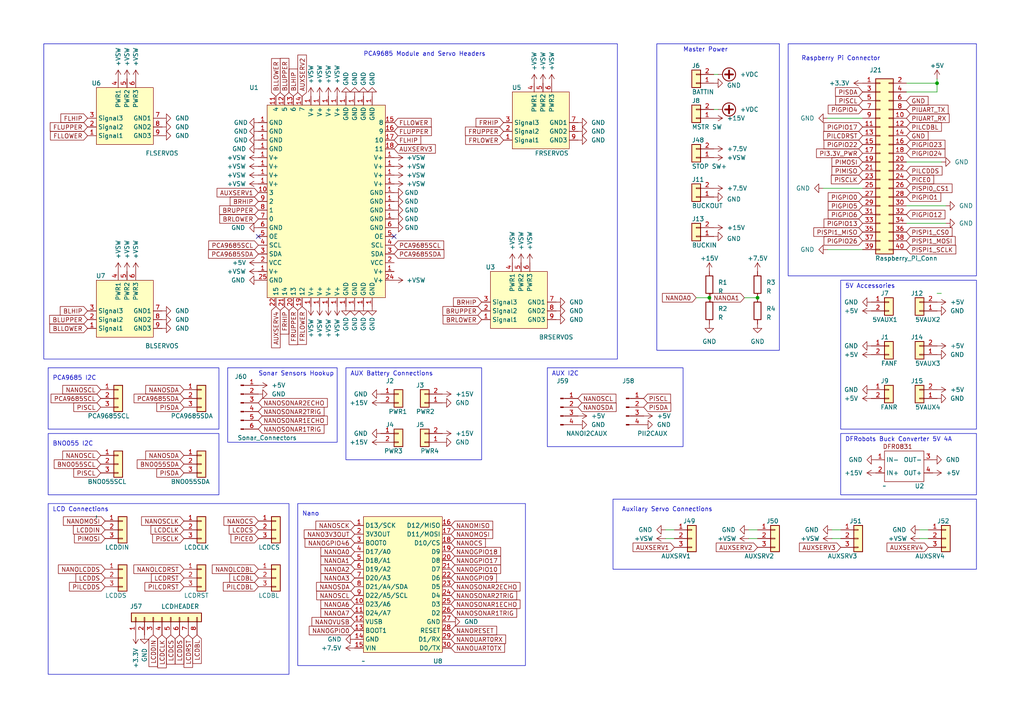
<source format=kicad_sch>
(kicad_sch (version 20230121) (generator eeschema)
  (paper "A4")
  (junction (at 205.74 86.36))
  (junction (at 271.78 24.13))
  (junction (at 219.71 86.36))
  (no_connect (at 114.3 68.58))
  (no_connect (at 74.93 68.58))
  (wire (pts (xy 193.04 153.67) (xy 195.58 153.67)))
  (wire (pts (xy 208.28 31.75) (xy 207.01 31.75)))
  (wire (pts (xy 240.03 72.39) (xy 250.19 72.39)))
  (wire (pts (xy 266.7 156.21) (xy 269.24 156.21)))
  (wire (pts (xy 240.03 34.29) (xy 250.19 34.29)))
  (wire (pts (xy 193.04 156.21) (xy 195.58 156.21)))
  (wire (pts (xy 266.7 153.67) (xy 269.24 153.67)))
  (wire (pts (xy 201.93 86.36) (xy 205.74 86.36)))
  (wire (pts (xy 208.28 21.59) (xy 207.01 21.59)))
  (wire (pts (xy 241.3 156.21) (xy 243.84 156.21)))
  (wire (pts (xy 238.76 54.61) (xy 250.19 54.61)))
  (wire (pts (xy 217.17 156.21) (xy 219.71 156.21)))
  (wire (pts (xy 262.89 24.13) (xy 271.78 24.13)))
  (wire (pts (xy 262.89 64.77) (xy 274.32 64.77)))
  (wire (pts (xy 273.05 46.99) (xy 262.89 46.99)))
  (wire (pts (xy 215.9 86.36) (xy 219.71 86.36)))
  (wire (pts (xy 217.17 153.67) (xy 219.71 153.67)))
  (wire (pts (xy 273.05 85.09) (xy 271.78 85.09)))
  (wire (pts (xy 262.89 26.67) (xy 271.78 26.67)))
  (wire (pts (xy 241.3 153.67) (xy 243.84 153.67)))
  (wire (pts (xy 271.78 24.13) (xy 271.78 26.67)))
  (wire (pts (xy 271.78 22.86) (xy 271.78 24.13)))
  (wire (pts (xy 262.89 59.69) (xy 274.32 59.69)))
  (rectangle (start 86.36 146.05) (end 152.4 193.04))
  (rectangle (start 13.97 125.73) (end 63.5 143.51))
  (rectangle (start 243.84 81.28) (end 283.21 124.46))
  (rectangle (start 158.75 106.68) (end 198.12 129.54))
  (rectangle (start 66.04 106.68) (end 97.79 128.27))
  (rectangle (start 13.97 146.05) (end 83.82 195.58))
  (rectangle (start 177.8 144.78) (end 283.21 165.1))
  (rectangle (start 12.7 12.7) (end 179.07 104.14))
  (rectangle (start 228.6 12.7) (end 283.21 80.01))
  (rectangle (start 13.97 106.68) (end 63.5 124.46))
  (rectangle (start 243.84 125.73) (end 283.21 143.51))
  (rectangle (start 190.5 12.7) (end 226.06 101.6))
  (rectangle (start 100.33 106.68) (end 139.7 133.35))
  (text "Nano" (at 87.63 149.86 0) (effects (font (size 1.27 1.27)) (justify left bottom)))
  (text "PCA9685 I2C" (at 15.24 110.49 0) (effects (font (size 1.27 1.27)) (justify left bottom)))
  (text "5V Accessories" (at 245.11 83.82 0) (effects (font (size 1.27 1.27)) (justify left bottom)))
  (text "LCD Connections" (at 15.24 148.59 0) (effects (font (size 1.27 1.27)) (justify left bottom)))
  (text "AUX Battery Connections" (at 101.6 109.22 0) (effects (font (size 1.27 1.27)) (justify left bottom)))
  (text "PCA9685 Module and Servo Headers" (at 105.41 16.51 0) (effects (font (size 1.27 1.27)) (justify left bottom)))
  (text "AUX I2C" (at 160.02 109.22 0) (effects (font (size 1.27 1.27)) (justify left bottom)))
  (text "Sonar Sensors Hookup" (at 74.93 109.22 0) (effects (font (size 1.27 1.27)) (justify left bottom)))
  (text "Auxilary Servo Connections" (at 180.34 148.59 0) (effects (font (size 1.27 1.27)) (justify left bottom)))
  (text "Master Power" (at 198.12 15.24 0) (effects (font (size 1.27 1.27)) (justify left bottom)))
  (text "BNO055 I2C" (at 15.24 129.54 0) (effects (font (size 1.27 1.27)) (justify left bottom)))
  (text "DFRobots Buck Converter 5V 4A" (at 245.11 128.27 0) (effects (font (size 1.27 1.27)) (justify left bottom)))
  (text "Raspberry Pi Connector" (at 232.41 17.78 0) (effects (font (size 1.27 1.27)) (justify left bottom)))
  (global_label "NANOA7" (shape input) (at 102.87 177.8 180) (property "Intersheetrefs" "${INTERSHEET_REFS}" (effects hide)))
  (global_label "PILCDDS" (shape input) (at 30.48 170.18 180) (property "Intersheetrefs" "${INTERSHEET_REFS}" (effects hide)))
  (global_label "PIMOSI" (shape input) (at 30.48 156.21 180) (property "Intersheetrefs" "${INTERSHEET_REFS}" (effects hide)))
  (global_label "AUXSERV3" (shape input) (at 114.3 43.18 0) (property "Intersheetrefs" "${INTERSHEET_REFS}" (effects hide)))
  (global_label "FRLOWER" (shape input) (at 146.05 40.64 180) (property "Intersheetrefs" "${INTERSHEET_REFS}" (effects hide)))
  (global_label "NANOSDA" (shape input) (at 102.87 170.18 180) (property "Intersheetrefs" "${INTERSHEET_REFS}" (effects hide)))
  (global_label "BNO055SCL" (shape input) (at 29.21 134.62 180) (property "Intersheetrefs" "${INTERSHEET_REFS}" (effects hide)))
  (global_label "NANOSCL" (shape input) (at 102.87 172.72 180) (property "Intersheetrefs" "${INTERSHEET_REFS}" (effects hide)))
  (global_label "LCDBL" (shape input) (at 74.93 167.64 180) (property "Intersheetrefs" "${INTERSHEET_REFS}" (effects hide)))
  (global_label "PILCDBL" (shape input) (at 74.93 170.18 180) (property "Intersheetrefs" "${INTERSHEET_REFS}" (effects hide)))
  (global_label "NANOUART0TX" (shape input) (at 130.81 187.96 0) (property "Intersheetrefs" "${INTERSHEET_REFS}" (effects hide)))
  (global_label "PILCDBL" (shape input) (at 262.89 36.83 0) (property "Intersheetrefs" "${INTERSHEET_REFS}" (effects hide)))
  (global_label "NANOCS" (shape input) (at 74.93 151.13 180) (property "Intersheetrefs" "${INTERSHEET_REFS}" (effects hide)))
  (global_label "BLHIP" (shape input) (at 25.4 90.17 180) (property "Intersheetrefs" "${INTERSHEET_REFS}" (effects hide)))
  (global_label "AUXSERV1" (shape input) (at 195.58 158.75 180) (property "Intersheetrefs" "${INTERSHEET_REFS}" (effects hide)))
  (global_label "PISCLK" (shape input) (at 250.19 52.07 180) (property "Intersheetrefs" "${INTERSHEET_REFS}" (effects hide)))
  (global_label "NANOA0" (shape input) (at 102.87 160.02 180) (property "Intersheetrefs" "${INTERSHEET_REFS}" (effects hide)))
  (global_label "LCDCS" (shape input) (at 74.93 153.67 180) (property "Intersheetrefs" "${INTERSHEET_REFS}" (effects hide)))
  (global_label "PIMISO" (shape input) (at 250.19 49.53 180) (property "Intersheetrefs" "${INTERSHEET_REFS}" (effects hide)))
  (global_label "AUXSERV4" (shape input) (at 269.24 158.75 180) (property "Intersheetrefs" "${INTERSHEET_REFS}" (effects hide)))
  (global_label "FLLOWER" (shape input) (at 25.4 39.37 180) (property "Intersheetrefs" "${INTERSHEET_REFS}" (effects hide)))
  (global_label "PISCLK" (shape input) (at 53.34 156.21 180) (property "Intersheetrefs" "${INTERSHEET_REFS}" (effects hide)))
  (global_label "PIGPIO5" (shape input) (at 250.19 59.69 180) (property "Intersheetrefs" "${INTERSHEET_REFS}" (effects hide)))
  (global_label "BRUPPER" (shape input) (at 74.93 60.96 180) (property "Intersheetrefs" "${INTERSHEET_REFS}" (effects hide)))
  (global_label "PISDA" (shape input) (at 186.69 118.11 0) (property "Intersheetrefs" "${INTERSHEET_REFS}" (effects hide)))
  (global_label "FRHIP" (shape input) (at 146.05 35.56 180) (property "Intersheetrefs" "${INTERSHEET_REFS}" (effects hide)))
  (global_label "AUXSERV4" (shape input) (at 80.01 88.9 270) (property "Intersheetrefs" "${INTERSHEET_REFS}" (effects hide)))
  (global_label "PIGPIO17" (shape input) (at 250.19 36.83 180) (property "Intersheetrefs" "${INTERSHEET_REFS}" (effects hide)))
  (global_label "NANORESET" (shape input) (at 130.81 182.88 0) (property "Intersheetrefs" "${INTERSHEET_REFS}" (effects hide)))
  (global_label "NANOSONAR2ECHO" (shape input) (at 130.81 170.18 0) (property "Intersheetrefs" "${INTERSHEET_REFS}" (effects hide)))
  (global_label "LCDDIN" (shape input) (at 30.48 153.67 180) (property "Intersheetrefs" "${INTERSHEET_REFS}" (effects hide)))
  (global_label "PISCL" (shape input) (at 186.69 115.57 0) (property "Intersheetrefs" "${INTERSHEET_REFS}" (effects hide)))
  (global_label "PIUART_RX" (shape input) (at 262.89 34.29 0) (property "Intersheetrefs" "${INTERSHEET_REFS}" (effects hide)))
  (global_label "NANOMOSI" (shape input) (at 130.81 154.94 0) (property "Intersheetrefs" "${INTERSHEET_REFS}" (effects hide)))
  (global_label "NANOGPIO0" (shape input) (at 102.87 182.88 180) (property "Intersheetrefs" "${INTERSHEET_REFS}" (effects hide)))
  (global_label "FLHIP" (shape input) (at 114.3 40.64 0) (property "Intersheetrefs" "${INTERSHEET_REFS}" (effects hide)))
  (global_label "LCDCS" (shape input) (at 49.53 184.15 270) (property "Intersheetrefs" "${INTERSHEET_REFS}" (effects hide)))
  (global_label "NANOSONAR2ECHO" (shape input) (at 74.93 116.84 0) (property "Intersheetrefs" "${INTERSHEET_REFS}" (effects hide)))
  (global_label "NANOGPIO46" (shape input) (at 102.87 157.48 180) (property "Intersheetrefs" "${INTERSHEET_REFS}" (effects hide)))
  (global_label "FLLOWER" (shape input) (at 114.3 35.56 0) (property "Intersheetrefs" "${INTERSHEET_REFS}" (effects hide)))
  (global_label "NANOVUSB" (shape input) (at 102.87 180.34 180) (property "Intersheetrefs" "${INTERSHEET_REFS}" (effects hide)))
  (global_label "NANOSCL" (shape input) (at 167.64 115.57 0) (property "Intersheetrefs" "${INTERSHEET_REFS}" (effects hide)))
  (global_label "PISPI1_CS0" (shape input) (at 262.89 67.31 0) (property "Intersheetrefs" "${INTERSHEET_REFS}" (effects hide)))
  (global_label "PI3.3V_PWR" (shape input) (at 250.19 44.45 180) (property "Intersheetrefs" "${INTERSHEET_REFS}" (effects hide)))
  (global_label "BNO055SDA" (shape input) (at 53.34 134.62 180) (property "Intersheetrefs" "${INTERSHEET_REFS}" (effects hide)))
  (global_label "PIGPIO26" (shape input) (at 250.19 69.85 180) (property "Intersheetrefs" "${INTERSHEET_REFS}" (effects hide)))
  (global_label "NANOLCDBL" (shape input) (at 74.93 165.1 180) (property "Intersheetrefs" "${INTERSHEET_REFS}" (effects hide)))
  (global_label "NANOUART0RX" (shape input) (at 130.81 185.42 0) (property "Intersheetrefs" "${INTERSHEET_REFS}" (effects hide)))
  (global_label "PCA9685SDA" (shape input) (at 114.3 73.66 0) (property "Intersheetrefs" "${INTERSHEET_REFS}" (effects hide)))
  (global_label "AUXSERV2" (shape input) (at 87.63 27.94 90) (property "Intersheetrefs" "${INTERSHEET_REFS}" (effects hide)))
  (global_label "NANOMOSI" (shape input) (at 30.48 151.13 180) (property "Intersheetrefs" "${INTERSHEET_REFS}" (effects hide)))
  (global_label "PILCDDS" (shape input) (at 262.89 49.53 0) (property "Intersheetrefs" "${INTERSHEET_REFS}" (effects hide)))
  (global_label "LCDDS" (shape input) (at 30.48 167.64 180) (property "Intersheetrefs" "${INTERSHEET_REFS}" (effects hide)))
  (global_label "PISDA" (shape input) (at 250.19 26.67 180) (property "Intersheetrefs" "${INTERSHEET_REFS}" (effects hide)))
  (global_label "BLLOWER" (shape input) (at 25.4 95.25 180) (property "Intersheetrefs" "${INTERSHEET_REFS}" (effects hide)))
  (global_label "PIGPIO24" (shape input) (at 262.89 44.45 0) (property "Intersheetrefs" "${INTERSHEET_REFS}" (effects hide)))
  (global_label "NANOSDA" (shape input) (at 53.34 132.08 180) (property "Intersheetrefs" "${INTERSHEET_REFS}" (effects hide)))
  (global_label "PICE0" (shape input) (at 262.89 52.07 0) (property "Intersheetrefs" "${INTERSHEET_REFS}" (effects hide)))
  (global_label "AUXSERV1" (shape input) (at 74.93 55.88 180) (property "Intersheetrefs" "${INTERSHEET_REFS}" (effects hide)))
  (global_label "NANO3V3OUT" (shape input) (at 102.87 154.94 180) (property "Intersheetrefs" "${INTERSHEET_REFS}" (effects hide)))
  (global_label "BLHIP" (shape input) (at 85.09 27.94 90) (property "Intersheetrefs" "${INTERSHEET_REFS}" (effects hide)))
  (global_label "AUXSERV3" (shape input) (at 243.84 158.75 180) (property "Intersheetrefs" "${INTERSHEET_REFS}" (effects hide)))
  (global_label "FLHIP" (shape input) (at 25.4 34.29 180) (property "Intersheetrefs" "${INTERSHEET_REFS}" (effects hide)))
  (global_label "PIGPIO0" (shape input) (at 250.19 57.15 180) (property "Intersheetrefs" "${INTERSHEET_REFS}" (effects hide)))
  (global_label "LCDDS" (shape input) (at 52.07 184.15 270) (property "Intersheetrefs" "${INTERSHEET_REFS}" (effects hide)))
  (global_label "BRLOWER" (shape input) (at 74.93 63.5 180) (property "Intersheetrefs" "${INTERSHEET_REFS}" (effects hide)))
  (global_label "NANOSONAR1ECHO" (shape input) (at 74.93 121.92 0) (property "Intersheetrefs" "${INTERSHEET_REFS}" (effects hide)))
  (global_label "PISCL" (shape input) (at 250.19 29.21 180) (property "Intersheetrefs" "${INTERSHEET_REFS}" (effects hide)))
  (global_label "NANOSONAR2TRIG" (shape input) (at 74.93 119.38 0) (property "Intersheetrefs" "${INTERSHEET_REFS}" (effects hide)))
  (global_label "PIGPIO12" (shape input) (at 262.89 62.23 0) (property "Intersheetrefs" "${INTERSHEET_REFS}" (effects hide)))
  (global_label "NANOLCDRST" (shape input) (at 53.34 165.1 180) (property "Intersheetrefs" "${INTERSHEET_REFS}" (effects hide)))
  (global_label "GND" (shape input) (at 262.89 39.37 0) (property "Intersheetrefs" "${INTERSHEET_REFS}" (effects hide)))
  (global_label "BLUPPER" (shape input) (at 25.4 92.71 180) (property "Intersheetrefs" "${INTERSHEET_REFS}" (effects hide)))
  (global_label "PCA9685SCL" (shape input) (at 29.21 115.57 180) (property "Intersheetrefs" "${INTERSHEET_REFS}" (effects hide)))
  (global_label "BRHIP" (shape input) (at 139.7 87.63 180) (property "Intersheetrefs" "${INTERSHEET_REFS}" (effects hide)))
  (global_label "PISDA" (shape input) (at 53.34 137.16 180) (property "Intersheetrefs" "${INTERSHEET_REFS}" (effects hide)))
  (global_label "BLUPPER" (shape input) (at 82.55 27.94 90) (property "Intersheetrefs" "${INTERSHEET_REFS}" (effects hide)))
  (global_label "NANOSDA" (shape input) (at 53.34 113.03 180) (property "Intersheetrefs" "${INTERSHEET_REFS}" (effects hide)))
  (global_label "LCDRST" (shape input) (at 53.34 167.64 180) (property "Intersheetrefs" "${INTERSHEET_REFS}" (effects hide)))
  (global_label "NANOSCL" (shape input) (at 29.21 113.03 180) (property "Intersheetrefs" "${INTERSHEET_REFS}" (effects hide)))
  (global_label "PIGPIO23" (shape input) (at 262.89 41.91 0) (property "Intersheetrefs" "${INTERSHEET_REFS}" (effects hide)))
  (global_label "NANOGPIO10" (shape input) (at 130.81 165.1 0) (property "Intersheetrefs" "${INTERSHEET_REFS}" (effects hide)))
  (global_label "NANOA1" (shape input) (at 102.87 162.56 180) (property "Intersheetrefs" "${INTERSHEET_REFS}" (effects hide)))
  (global_label "PCA9685SCL" (shape input) (at 74.93 71.12 180) (property "Intersheetrefs" "${INTERSHEET_REFS}" (effects hide)))
  (global_label "BLLOWER" (shape input) (at 80.01 27.94 90) (property "Intersheetrefs" "${INTERSHEET_REFS}" (effects hide)))
  (global_label "NANOA2" (shape input) (at 102.87 165.1 180) (property "Intersheetrefs" "${INTERSHEET_REFS}" (effects hide)))
  (global_label "PISPI1_MOSI" (shape input) (at 262.89 69.85 0) (property "Intersheetrefs" "${INTERSHEET_REFS}" (effects hide)))
  (global_label "NANOSCLK" (shape input) (at 53.34 151.13 180) (property "Intersheetrefs" "${INTERSHEET_REFS}" (effects hide)))
  (global_label "PISPI1_MISO" (shape input) (at 250.19 67.31 180) (property "Intersheetrefs" "${INTERSHEET_REFS}" (effects hide)))
  (global_label "LCDRST" (shape input) (at 54.61 184.15 270) (property "Intersheetrefs" "${INTERSHEET_REFS}" (effects hide)))
  (global_label "NANOA3" (shape input) (at 102.87 167.64 180) (property "Intersheetrefs" "${INTERSHEET_REFS}" (effects hide)))
  (global_label "PCA9685SCL" (shape input) (at 114.3 71.12 0) (property "Intersheetrefs" "${INTERSHEET_REFS}" (effects hide)))
  (global_label "PISPI1_SCLK" (shape input) (at 262.89 72.39 0) (property "Intersheetrefs" "${INTERSHEET_REFS}" (effects hide)))
  (global_label "NANOMISO" (shape input) (at 130.81 152.4 0) (property "Intersheetrefs" "${INTERSHEET_REFS}" (effects hide)))
  (global_label "NANOGPIO18" (shape input) (at 130.81 160.02 0) (property "Intersheetrefs" "${INTERSHEET_REFS}" (effects hide)))
  (global_label "LCDCLK" (shape input) (at 53.34 153.67 180) (property "Intersheetrefs" "${INTERSHEET_REFS}" (effects hide)))
  (global_label "BRHIP" (shape input) (at 74.93 58.42 180) (property "Intersheetrefs" "${INTERSHEET_REFS}" (effects hide)))
  (global_label "PISCL" (shape input) (at 29.21 137.16 180) (property "Intersheetrefs" "${INTERSHEET_REFS}" (effects hide)))
  (global_label "FRUPPER" (shape input) (at 85.09 88.9 270) (property "Intersheetrefs" "${INTERSHEET_REFS}" (effects hide)))
  (global_label "FLUPPER" (shape input) (at 114.3 38.1 0) (property "Intersheetrefs" "${INTERSHEET_REFS}" (effects hide)))
  (global_label "NANOSDA" (shape input) (at 167.64 118.11 0) (property "Intersheetrefs" "${INTERSHEET_REFS}" (effects hide)))
  (global_label "LCDDIN" (shape input) (at 44.45 184.15 270) (property "Intersheetrefs" "${INTERSHEET_REFS}" (effects hide)))
  (global_label "AUXSERV2" (shape input) (at 219.71 158.75 180) (property "Intersheetrefs" "${INTERSHEET_REFS}" (effects hide)))
  (global_label "NANOGPIO9" (shape input) (at 130.81 167.64 0) (property "Intersheetrefs" "${INTERSHEET_REFS}" (effects hide)))
  (global_label "FRUPPER" (shape input) (at 146.05 38.1 180) (property "Intersheetrefs" "${INTERSHEET_REFS}" (effects hide)))
  (global_label "PCA9685SDA" (shape input) (at 74.93 73.66 180) (property "Intersheetrefs" "${INTERSHEET_REFS}" (effects hide)))
  (global_label "PICE0" (shape input) (at 74.93 156.21 180) (property "Intersheetrefs" "${INTERSHEET_REFS}" (effects hide)))
  (global_label "NANOSONAR1TRIG" (shape input) (at 74.93 124.46 0) (property "Intersheetrefs" "${INTERSHEET_REFS}" (effects hide)))
  (global_label "PCA9685SDA" (shape input) (at 53.34 115.57 180) (property "Intersheetrefs" "${INTERSHEET_REFS}" (effects hide)))
  (global_label "NANOCS" (shape input) (at 130.81 157.48 0) (property "Intersheetrefs" "${INTERSHEET_REFS}" (effects hide)))
  (global_label "PIUART_TX" (shape input) (at 262.89 31.75 0) (property "Intersheetrefs" "${INTERSHEET_REFS}" (effects hide)))
  (global_label "PISCL" (shape input) (at 29.21 118.11 180) (property "Intersheetrefs" "${INTERSHEET_REFS}" (effects hide)))
  (global_label "PIGPIO13" (shape input) (at 250.19 64.77 180) (property "Intersheetrefs" "${INTERSHEET_REFS}" (effects hide)))
  (global_label "FRLOWER" (shape input) (at 87.63 88.9 270) (property "Intersheetrefs" "${INTERSHEET_REFS}" (effects hide)))
  (global_label "LCDCLK" (shape input) (at 46.99 184.15 270) (property "Intersheetrefs" "${INTERSHEET_REFS}" (effects hide)))
  (global_label "BRLOWER" (shape input) (at 139.7 92.71 180) (property "Intersheetrefs" "${INTERSHEET_REFS}" (effects hide)))
  (global_label "NANOLCDDS" (shape input) (at 30.48 165.1 180) (property "Intersheetrefs" "${INTERSHEET_REFS}" (effects hide)))
  (global_label "NANOA6" (shape input) (at 102.87 175.26 180) (property "Intersheetrefs" "${INTERSHEET_REFS}" (effects hide)))
  (global_label "FLUPPER" (shape input) (at 25.4 36.83 180) (property "Intersheetrefs" "${INTERSHEET_REFS}" (effects hide)))
  (global_label "PIMOSI" (shape input) (at 250.19 46.99 180) (property "Intersheetrefs" "${INTERSHEET_REFS}" (effects hide)))
  (global_label "NANOA1" (shape input) (at 215.9 86.36 180) (property "Intersheetrefs" "${INTERSHEET_REFS}" (effects hide)))
  (global_label "NANOSONAR1ECHO" (shape input) (at 130.81 175.26 0) (property "Intersheetrefs" "${INTERSHEET_REFS}" (effects hide)))
  (global_label "PIGPIO4" (shape input) (at 250.19 31.75 180) (property "Intersheetrefs" "${INTERSHEET_REFS}" (effects hide)))
  (global_label "PILCDRST" (shape input) (at 53.34 170.18 180) (property "Intersheetrefs" "${INTERSHEET_REFS}" (effects hide)))
  (global_label "NANOSONAR2TRIG" (shape input) (at 130.81 172.72 0) (property "Intersheetrefs" "${INTERSHEET_REFS}" (effects hide)))
  (global_label "NANOSONAR1TRIG" (shape input) (at 130.81 177.8 0) (property "Intersheetrefs" "${INTERSHEET_REFS}" (effects hide)))
  (global_label "PISPI0_CS1" (shape input) (at 262.89 54.61 0) (property "Intersheetrefs" "${INTERSHEET_REFS}" (effects hide)))
  (global_label "BRUPPER" (shape input) (at 139.7 90.17 180) (property "Intersheetrefs" "${INTERSHEET_REFS}" (effects hide)))
  (global_label "PILCDRST" (shape input) (at 250.19 39.37 180) (property "Intersheetrefs" "${INTERSHEET_REFS}" (effects hide)))
  (global_label "NANOSCK" (shape input) (at 102.87 152.4 180) (property "Intersheetrefs" "${INTERSHEET_REFS}" (effects hide)))
  (global_label "NANOSCL" (shape input) (at 29.21 132.08 180) (property "Intersheetrefs" "${INTERSHEET_REFS}" (effects hide)))
  (global_label "FRHIP" (shape input) (at 82.55 88.9 270) (property "Intersheetrefs" "${INTERSHEET_REFS}" (effects hide)))
  (global_label "LCDBL" (shape input) (at 57.15 184.15 270) (property "Intersheetrefs" "${INTERSHEET_REFS}" (effects hide)))
  (global_label "PISDA" (shape input) (at 53.34 118.11 180) (property "Intersheetrefs" "${INTERSHEET_REFS}" (effects hide)))
  (global_label "PIGPIO22" (shape input) (at 250.19 41.91 180) (property "Intersheetrefs" "${INTERSHEET_REFS}" (effects hide)))
  (global_label "NANOGPIO17" (shape input) (at 130.81 162.56 0) (property "Intersheetrefs" "${INTERSHEET_REFS}" (effects hide)))
  (global_label "GND" (shape input) (at 262.89 29.21 0) (property "Intersheetrefs" "${INTERSHEET_REFS}" (effects hide)))
  (global_label "PIGPIO1" (shape input) (at 262.89 57.15 0) (property "Intersheetrefs" "${INTERSHEET_REFS}" (effects hide)))
  (global_label "PIGPIO6" (shape input) (at 250.19 62.23 180) (property "Intersheetrefs" "${INTERSHEET_REFS}" (effects hide)))
  (global_label "NANOA0" (shape input) (at 201.93 86.36 180) (property "Intersheetrefs" "${INTERSHEET_REFS}" (effects hide)))
  (symbol (lib_id "Connector:Conn_01x04_Pin") (at 162.56 118.11 0) (unit 1)
    (property "Reference" "J59" (at 163.195 110.49 0))
    (property "Value" "NANOI2CAUX" (at 170.18 125.73 0))
    (property "Footprint" "Connector_JST:JST_EH_B4B-EH-A_1x04_P2.50mm_Vertical" (effects hide))
  )
  (symbol (lib_id "power:GND") (at 46.99 92.71 90) (unit 1)
    (property "Reference" "#PWR0110" (effects hide))
    (property "Value" "GND" (at 50.8 92.71 90) (effects (justify right)))
  )
  (symbol (lib_id "power:+VSW") (at 217.17 156.21 90) (unit 1)
    (property "Reference" "#PWR068" (effects hide))
    (property "Value" "+VSW" (at 210.82 156.21 90))
  )
  (symbol (lib_id "power:+15V") (at 128.27 125.73 270) (unit 1)
    (property "Reference" "#PWR020" (effects hide))
    (property "Value" "+15V" (at 132.08 125.73 90) (effects (justify left)))
  )
  (symbol (lib_id "power:GND") (at 193.04 153.67 270) (unit 1)
    (property "Reference" "#PWR070" (effects hide))
    (property "Value" "GND" (at 189.23 153.67 90) (effects (justify right)))
  )
  (symbol (lib_id "power:GND") (at 114.3 63.5 90) (unit 1)
    (property "Reference" "#PWR098" (effects hide))
    (property "Value" "GND" (at 119.38 63.5 90))
  )
  (symbol (lib_id "Device:R") (at 219.71 90.17 0) (unit 1)
    (property "Reference" "R4" (at 222.25 89.535 0) (effects (justify left)))
    (property "Value" "R" (at 222.25 92.075 0) (effects (justify left)))
    (property "Footprint" "Resistor_THT:R_Axial_DIN0204_L3.6mm_D1.6mm_P2.54mm_Vertical" (effects hide))
  )
  (symbol (lib_id "power:+5V") (at 167.64 120.65 270) (unit 1)
    (property "Reference" "#PWR082" (effects hide))
    (property "Value" "+5V" (at 171.45 120.65 90) (effects (justify left)))
  )
  (symbol (lib_id "power:+5V") (at 252.73 102.87 90) (unit 1)
    (property "Reference" "#PWR01" (effects hide))
    (property "Value" "+5V" (at 248.92 102.87 90) (effects (justify left)))
  )
  (symbol (lib_id "Connector_Generic:Conn_01x02") (at 201.93 34.29 180) (unit 1)
    (property "Reference" "J8" (at 200.66 29.21 0) (effects (justify right)))
    (property "Value" "MSTR SW" (at 200.66 36.83 0) (effects (justify right)))
    (property "Footprint" "TerminalBlock_Phoenix:TerminalBlock_Phoenix_MKDS-1,5-2-5.08_1x02_P5.08mm_Horizontal" (effects hide))
  )
  (symbol (lib_id "power:+7.5V") (at 102.87 187.96 90) (unit 1)
    (property "Reference" "#PWR033" (effects hide))
    (property "Value" "+7.5V" (at 99.06 187.96 90) (effects (justify left)))
  )
  (symbol (lib_id "Connector_Generic:Conn_01x02") (at 201.93 24.13 180) (unit 1)
    (property "Reference" "J6" (at 200.66 19.05 0) (effects (justify right)))
    (property "Value" "BATTIN" (at 200.66 26.67 0) (effects (justify right)))
    (property "Footprint" "TerminalBlock_Phoenix:TerminalBlock_Phoenix_MKDS-1,5-2-5.08_1x02_P5.08mm_Horizontal" (effects hide))
  )
  (symbol (lib_id "power:GND") (at 240.03 34.29 270) (unit 1)
    (property "Reference" "#PWR029" (effects hide))
    (property "Value" "GND" (at 236.22 34.29 90) (effects (justify right)))
  )
  (symbol (lib_id "power:+5V") (at 186.69 120.65 270) (unit 1)
    (property "Reference" "#PWR084" (effects hide))
    (property "Value" "+5V" (at 190.5 120.65 90) (effects (justify left)))
  )
  (symbol (lib_id "Connector:Three_Servo_Connector") (at 27.94 43.18 0) (unit 1)
    (property "Reference" "U6" (at 27.94 24.13 0))
    (property "Value" "FLSERVOS" (at 46.99 44.45 0))
    (property "Footprint" "Connector:Three_Servo_Footprint" (effects hide))
  )
  (symbol (lib_id "Connector_Generic:Conn_01x02") (at 201.93 45.72 180) (unit 1)
    (property "Reference" "J48" (at 200.66 40.64 0) (effects (justify right)))
    (property "Value" "STOP SW+" (at 200.66 48.26 0) (effects (justify right)))
    (property "Footprint" "TerminalBlock_Phoenix:TerminalBlock_Phoenix_MKDS-1,5-2-5.08_1x02_P5.08mm_Horizontal" (effects hide))
  )
  (symbol (lib_id "power:+VSW") (at 74.93 45.72 90) (unit 1)
    (property "Reference" "#PWR0115" (effects hide))
    (property "Value" "+VSW" (at 68.58 45.72 90))
  )
  (symbol (lib_id "Motor:AdaPCA9685") (at 71.12 90.17 0) (unit 1)
    (property "Reference" "U1" (at 73.66 25.4 0))
    (property "Value" "~" (at 27.94 149.86 90))
    (property "Footprint" "PCA9685:Adafruit PCA9685 rev C" (effects hide))
  )
  (symbol (lib_id "MCU_Espressif:NANO_ESP32") (at 105.41 191.77 0) (unit 1)
    (property "Reference" "U8" (at 127 191.77 0))
    (property "Value" "~" (at 105.41 191.77 0))
    (property "Footprint" "Module:Arduino_Nano_ESP32" (effects hide))
  )
  (symbol (lib_id "power:+VSW") (at 74.93 53.34 90) (unit 1)
    (property "Reference" "#PWR0112" (effects hide))
    (property "Value" "+VSW" (at 68.58 53.34 90))
  )
  (symbol (lib_id "Connector_Generic:Conn_01x03") (at 58.42 167.64 0) (unit 1)
    (property "Reference" "J19" (effects hide))
    (property "Value" "LCDRST" (at 53.34 172.72 0) (effects (justify left)))
    (property "Footprint" "Connector_PinHeader_2.54mm:PinHeader_1x03_P2.54mm_Vertical" (effects hide))
  )
  (symbol (lib_id "power:GND") (at 114.3 55.88 90) (unit 1)
    (property "Reference" "#PWR0101" (effects hide))
    (property "Value" "GND" (at 119.38 55.88 90))
  )
  (symbol (lib_id "power:GND") (at 161.29 87.63 90) (unit 1)
    (property "Reference" "#PWR060" (effects hide))
    (property "Value" "GND" (at 165.1 87.63 90) (effects (justify right)))
  )
  (symbol (lib_id "power:GND") (at 102.87 88.9 0) (unit 1)
    (property "Reference" "#PWR0107" (effects hide))
    (property "Value" "GND" (at 102.87 93.98 90))
  )
  (symbol (lib_id "Connector_Generic:Conn_01x03") (at 274.32 156.21 0) (unit 1)
    (property "Reference" "J52" (at 271.78 151.13 0) (effects (justify left)))
    (property "Value" "AUXSRV4" (at 265.43 161.29 0) (effects (justify left)))
    (property "Footprint" "Connector_PinHeader_2.54mm:PinHeader_1x03_P2.54mm_Vertical" (effects hide))
  )
  (symbol (lib_id "power:GND") (at 270.51 133.35 90) (unit 1)
    (property "Reference" "#PWR038" (effects hide))
    (property "Value" "GND" (at 274.32 133.35 90) (effects (justify right)))
  )
  (symbol (lib_id "power:+VSW") (at 148.59 76.2 0) (unit 1)
    (property "Reference" "#PWR035" (effects hide))
    (property "Value" "+VSW" (at 148.59 69.85 90))
  )
  (symbol (lib_id "power:+VSW") (at 114.3 45.72 270) (mirror x) (unit 1)
    (property "Reference" "#PWR0123" (effects hide))
    (property "Value" "+VSW" (at 120.65 45.72 90))
  )
  (symbol (lib_id "power:GND") (at 105.41 27.94 180) (unit 1)
    (property "Reference" "#PWR051" (effects hide))
    (property "Value" "GND" (at 105.41 22.86 90))
  )
  (symbol (lib_id "Connector_Generic:Conn_01x02") (at 257.81 87.63 0) (unit 1)
    (property "Reference" "J7" (at 257.81 85.09 0) (effects (justify right)))
    (property "Value" "5VAUX1" (at 260.35 92.71 0) (effects (justify right)))
    (property "Footprint" "Connector_JST:JST_EH_B2B-EH-A_1x02_P2.50mm_Vertical" (effects hide))
  )
  (symbol (lib_id "Connector_Generic:Conn_01x02") (at 115.57 125.73 0) (unit 1)
    (property "Reference" "J4" (at 114.3 123.19 0) (effects (justify right)))
    (property "Value" "PWR3" (at 116.84 130.81 0) (effects (justify right)))
    (property "Footprint" "TerminalBlock_Phoenix:TerminalBlock_Phoenix_MKDS-1,5-2-5.08_1x02_P5.08mm_Horizontal" (effects hide))
  )
  (symbol (lib_id "power:GND") (at 161.29 90.17 90) (unit 1)
    (property "Reference" "#PWR0128" (effects hide))
    (property "Value" "GND" (at 165.1 90.17 90) (effects (justify right)))
  )
  (symbol (lib_id "Connector_Generic:Conn_01x03") (at 35.56 167.64 0) (unit 1)
    (property "Reference" "J18" (effects hide))
    (property "Value" "LCDDS" (at 30.48 172.72 0) (effects (justify left)))
    (property "Footprint" "Connector_PinHeader_2.54mm:PinHeader_1x03_P2.54mm_Vertical" (effects hide))
  )
  (symbol (lib_id "power:GND") (at 102.87 27.94 180) (unit 1)
    (property "Reference" "#PWR049" (effects hide))
    (property "Value" "GND" (at 102.87 22.86 90))
  )
  (symbol (lib_id "power:GND") (at 186.69 123.19 90) (unit 1)
    (property "Reference" "#PWR085" (effects hide))
    (property "Value" "GND" (at 190.5 123.19 90) (effects (justify right)))
  )
  (symbol (lib_id "power:GND") (at 167.64 123.19 90) (unit 1)
    (property "Reference" "#PWR083" (effects hide))
    (property "Value" "GND" (at 171.45 123.19 90) (effects (justify right)))
  )
  (symbol (lib_id "power:+7.5V") (at 207.01 54.61 270) (unit 1)
    (property "Reference" "#PWR062" (effects hide))
    (property "Value" "+7.5V" (at 210.82 54.61 90) (effects (justify left)))
  )
  (symbol (lib_id "power:+VSW") (at 74.93 78.74 90) (unit 1)
    (property "Reference" "#PWR047" (effects hide))
    (property "Value" "+VSW" (at 68.58 78.74 90))
  )
  (symbol (lib_id "power:+VSW") (at 114.3 48.26 270) (mirror x) (unit 1)
    (property "Reference" "#PWR0122" (effects hide))
    (property "Value" "+VSW" (at 120.65 48.26 90))
  )
  (symbol (lib_id "power:+VSW") (at 157.48 24.13 0) (unit 1)
    (property "Reference" "#PWR041" (effects hide))
    (property "Value" "+VSW" (at 157.48 17.78 90))
  )
  (symbol (lib_id "power:GND") (at 241.3 153.67 270) (unit 1)
    (property "Reference" "#PWR069" (effects hide))
    (property "Value" "GND" (at 237.49 153.67 90) (effects (justify right)))
  )
  (symbol (lib_id "power:+5V") (at 74.93 76.2 90) (unit 1)
    (property "Reference" "#PWR092" (effects hide))
    (property "Value" "+5V" (at 67.31 76.2 90) (effects (justify right)))
  )
  (symbol (lib_id "power:+15V") (at 207.01 66.04 270) (unit 1)
    (property "Reference" "#PWR063" (effects hide))
    (property "Value" "+15V" (at 210.82 66.04 90) (effects (justify left)))
  )
  (symbol (lib_id "power:GND") (at 74.93 81.28 270) (unit 1)
    (property "Reference" "#PWR090" (effects hide))
    (property "Value" "GND" (at 71.12 81.28 90) (effects (justify right)))
  )
  (symbol (lib_id "Connector_Generic:Conn_01x02") (at 257.81 100.33 0) (unit 1)
    (property "Reference" "J1" (at 257.81 97.79 0) (effects (justify right)))
    (property "Value" "FANF" (at 260.35 105.41 0) (effects (justify right)))
    (property "Footprint" "Connector_JST:JST_EH_B2B-EH-A_1x02_P2.50mm_Vertical" (effects hide))
  )
  (symbol (lib_id "Connector_Generic:Conn_01x08") (at 46.99 179.07 90) (unit 1)
    (property "Reference" "J57" (at 41.275 175.895 90) (effects (justify left)))
    (property "Value" "LCDHEADER" (at 57.785 175.895 90) (effects (justify left)))
    (property "Footprint" "Connector_PinHeader_2.54mm:PinHeader_1x08_P2.54mm_Horizontal" (effects hide))
  )
  (symbol (lib_id "power:GND") (at 167.64 35.56 90) (unit 1)
    (property "Reference" "#PWR043" (effects hide))
    (property "Value" "GND" (at 171.45 35.56 90) (effects (justify right)))
  )
  (symbol (lib_id "power:+5V") (at 252.73 90.17 90) (unit 1)
    (property "Reference" "#PWR022" (effects hide))
    (property "Value" "+5V" (at 248.92 90.17 90) (effects (justify left)))
  )
  (symbol (lib_id "power:GND") (at 74.93 66.04 270) (unit 1)
    (property "Reference" "#PWR046" (effects hide))
    (property "Value" "GND" (at 71.12 66.04 90) (effects (justify right)))
  )
  (symbol (lib_id "power:GND") (at 252.73 87.63 270) (unit 1)
    (property "Reference" "#PWR013" (effects hide))
    (property "Value" "GND" (at 248.92 87.63 90) (effects (justify right)))
  )
  (symbol (lib_id "power:+VSW") (at 151.13 76.2 0) (unit 1)
    (property "Reference" "#PWR057" (effects hide))
    (property "Value" "+VSW" (at 151.13 69.85 90))
  )
  (symbol (lib_id "Connector_Generic:Conn_01x03") (at 248.92 156.21 0) (unit 1)
    (property "Reference" "J51" (at 246.38 151.13 0) (effects (justify left)))
    (property "Value" "AUXSRV3" (at 240.03 161.29 0) (effects (justify left)))
    (property "Footprint" "Connector_PinHeader_2.54mm:PinHeader_1x03_P2.54mm_Vertical" (effects hide))
  )
  (symbol (lib_id "power:GND") (at 74.93 40.64 270) (unit 1)
    (property "Reference" "#PWR097" (effects hide))
    (property "Value" "GND" (at 69.85 40.64 90))
  )
  (symbol (lib_id "power:GND") (at 167.64 40.64 90) (unit 1)
    (property "Reference" "#PWR045" (effects hide))
    (property "Value" "GND" (at 171.45 40.64 90) (effects (justify right)))
  )
  (symbol (lib_id "power:+VSW") (at 74.93 50.8 90) (unit 1)
    (property "Reference" "#PWR0113" (effects hide))
    (property "Value" "+VSW" (at 68.58 50.8 90))
  )
  (symbol (lib_id "power:GND") (at 161.29 92.71 90) (unit 1)
    (property "Reference" "#PWR0129" (effects hide))
    (property "Value" "GND" (at 165.1 92.71 90) (effects (justify right)))
  )
  (symbol (lib_id "power:+15V") (at 207.01 34.29 270) (unit 1)
    (property "Reference" "#PWR014" (effects hide))
    (property "Value" "+15V" (at 210.82 34.29 90) (effects (justify left)))
  )
  (symbol (lib_id "Connector_Generic:Conn_01x02") (at 201.93 57.15 180) (unit 1)
    (property "Reference" "J11" (at 200.66 52.07 0) (effects (justify right)))
    (property "Value" "BUCKOUT" (at 200.66 59.69 0) (effects (justify right)))
    (property "Footprint" "TerminalBlock_Phoenix:TerminalBlock_Phoenix_MKDS-1,5-2-5.08_1x02_P5.08mm_Horizontal" (effects hide))
  )
  (symbol (lib_id "power:GND") (at 46.99 90.17 90) (unit 1)
    (property "Reference" "#PWR0105" (effects hide))
    (property "Value" "GND" (at 50.8 90.17 90) (effects (justify right)))
  )
  (symbol (lib_id "Device:R") (at 205.74 82.55 0) (unit 1)
    (property "Reference" "R1" (at 208.28 81.915 0) (effects (justify left)))
    (property "Value" "R" (at 208.28 84.455 0) (effects (justify left)))
    (property "Footprint" "Resistor_THT:R_Axial_DIN0204_L3.6mm_D1.6mm_P2.54mm_Vertical" (effects hide))
  )
  (symbol (lib_id "Connector_Generic:Conn_01x02") (at 115.57 114.3 0) (unit 1)
    (property "Reference" "J2" (at 114.3 110.49 0) (effects (justify right)))
    (property "Value" "PWR1" (at 118.11 119.38 0) (effects (justify right)))
    (property "Footprint" "TerminalBlock_Phoenix:TerminalBlock_Phoenix_MKDS-1,5-2-5.08_1x02_P5.08mm_Horizontal" (effects hide))
  )
  (symbol (lib_id "power:GND") (at 114.3 58.42 90) (unit 1)
    (property "Reference" "#PWR0100" (effects hide))
    (property "Value" "GND" (at 119.38 58.42 90))
  )
  (symbol (lib_id "power:+VSW") (at 90.17 88.9 180) (unit 1)
    (property "Reference" "#PWR0126" (effects hide))
    (property "Value" "+VSW" (at 90.17 95.25 90))
  )
  (symbol (lib_id "Connector:Three_Servo_Connector") (at 142.24 96.52 0) (unit 1)
    (property "Reference" "U3" (at 142.24 77.47 0))
    (property "Value" "BRSERVOS" (at 161.29 97.79 0))
    (property "Footprint" "Connector:Three_Servo_Footprint" (effects hide))
  )
  (symbol (lib_id "power:GND") (at 46.99 34.29 90) (unit 1)
    (property "Reference" "#PWR088" (effects hide))
    (property "Value" "GND" (at 50.8 34.29 90) (effects (justify right)))
  )
  (symbol (lib_id "power:GND") (at 102.87 185.42 270) (unit 1)
    (property "Reference" "#PWR0131" (effects hide))
    (property "Value" "GND" (at 99.06 185.42 90) (effects (justify right)))
  )
  (symbol (lib_id "power:+5V") (at 271.78 22.86 0) (unit 1)
    (property "Reference" "#PWR036" (effects hide))
    (property "Value" "+5V" (at 271.78 19.05 0))
  )
  (symbol (lib_id "Connector_Generic:Conn_01x03") (at 34.29 134.62 0) (unit 1)
    (property "Reference" "J17" (effects hide))
    (property "Value" "BNO055SCL" (at 25.4 139.7 0) (effects (justify left)))
    (property "Footprint" "Connector_PinHeader_2.54mm:PinHeader_1x03_P2.54mm_Vertical" (effects hide))
  )
  (symbol (lib_id "Device:R") (at 219.71 82.55 0) (unit 1)
    (property "Reference" "R3" (at 222.25 81.915 0) (effects (justify left)))
    (property "Value" "R" (at 222.25 84.455 0) (effects (justify left)))
    (property "Footprint" "Resistor_THT:R_Axial_DIN0204_L3.6mm_D1.6mm_P2.54mm_Vertical" (effects hide))
  )
  (symbol (lib_id "power:GND") (at 41.91 184.15 0) (unit 1)
    (property "Reference" "#PWR081" (effects hide))
    (property "Value" "GND" (at 41.91 187.96 90) (effects (justify right)))
  )
  (symbol (lib_id "power:GND") (at 274.32 64.77 90) (unit 1)
    (property "Reference" "#PWR028" (effects hide))
    (property "Value" "GND" (at 278.13 64.77 90) (effects (justify right)))
  )
  (symbol (lib_id "power:+VSW") (at 97.79 88.9 180) (unit 1)
    (property "Reference" "#PWR0111" (effects hide))
    (property "Value" "+VSW" (at 97.79 95.25 90))
  )
  (symbol (lib_id "power:+7.5V") (at 219.71 78.74 0) (unit 1)
    (property "Reference" "#PWR075" (effects hide))
    (property "Value" "+7.5V" (at 219.71 74.93 0))
  )
  (symbol (lib_id "Connector_Generic:Conn_01x03") (at 35.56 153.67 0) (unit 1)
    (property "Reference" "J54" (effects hide))
    (property "Value" "LCDDIN" (at 30.48 158.75 0) (effects (justify left)))
    (property "Footprint" "Connector_PinHeader_2.54mm:PinHeader_1x03_P2.54mm_Vertical" (effects hide))
  )
  (symbol (lib_id "power:+3.3V") (at 250.19 24.13 90) (unit 1)
    (property "Reference" "#PWR080" (effects hide))
    (property "Value" "+3.3V" (at 246.38 24.13 90) (effects (justify left)))
  )
  (symbol (lib_id "power:GND") (at 107.95 27.94 180) (unit 1)
    (property "Reference" "#PWR052" (effects hide))
    (property "Value" "GND" (at 107.95 22.86 90))
  )
  (symbol (lib_id "Connector_Generic:Conn_01x03") (at 80.01 153.67 0) (unit 1)
    (property "Reference" "J56" (effects hide))
    (property "Value" "LCDCS" (at 74.93 158.75 0) (effects (justify left)))
    (property "Footprint" "Connector_PinHeader_2.54mm:PinHeader_1x03_P2.54mm_Vertical" (effects hide))
  )
  (symbol (lib_id "power:+15V") (at 254 137.16 90) (unit 1)
    (property "Reference" "#PWR056" (effects hide))
    (property "Value" "+15V" (at 250.19 137.16 90) (effects (justify left)))
  )
  (symbol (lib_id "power:+VDC") (at 208.28 31.75 270) (unit 1)
    (property "Reference" "#PWR012" (effects hide))
    (property "Value" "+VDC" (at 214.63 31.75 90) (effects (justify left)))
  )
  (symbol (lib_id "power:+5V") (at 270.51 137.16 270) (unit 1)
    (property "Reference" "#PWR055" (effects hide))
    (property "Value" "+5V" (at 274.32 137.16 90) (effects (justify left)))
  )
  (symbol (lib_id "Connector_Generic:Conn_01x03") (at 58.42 134.62 0) (unit 1)
    (property "Reference" "J16" (effects hide))
    (property "Value" "BNO055SDA" (at 49.53 139.7 0) (effects (justify left)))
    (property "Footprint" "Connector_PinHeader_2.54mm:PinHeader_1x03_P2.54mm_Vertical" (effects hide))
  )
  (symbol (lib_id "power:GND") (at 46.99 36.83 90) (unit 1)
    (property "Reference" "#PWR089" (effects hide))
    (property "Value" "GND" (at 50.8 36.83 90) (effects (justify right)))
  )
  (symbol (lib_id "power:+VSW") (at 114.3 81.28 270) (unit 1)
    (property "Reference" "#PWR093" (effects hide))
    (property "Value" "+VSW" (at 120.65 81.28 90))
  )
  (symbol (lib_id "power:GND") (at 46.99 39.37 90) (unit 1)
    (property "Reference" "#PWR094" (effects hide))
    (property "Value" "GND" (at 50.8 39.37 90) (effects (justify right)))
  )
  (symbol (lib_id "power:GND") (at 252.73 113.03 270) (unit 1)
    (property "Reference" "#PWR04" (effects hide))
    (property "Value" "GND" (at 248.92 113.03 90) (effects (justify right)))
  )
  (symbol (lib_id "power:+VSW") (at 207.01 45.72 270) (unit 1)
    (property "Reference" "#PWR065" (effects hide))
    (property "Value" "+VSW" (at 210.82 45.72 90) (effects (justify left)))
  )
  (symbol (lib_id "power:+VSW") (at 114.3 50.8 270) (mirror x) (unit 1)
    (property "Reference" "#PWR0121" (effects hide))
    (property "Value" "+VSW" (at 120.65 50.8 90))
  )
  (symbol (lib_id "power:+VSW") (at 266.7 156.21 90) (unit 1)
    (property "Reference" "#PWR073" (effects hide))
    (property "Value" "+VSW" (at 260.35 156.21 90))
  )
  (symbol (lib_id "power:+VSW") (at 90.17 27.94 0) (unit 1)
    (property "Reference" "#PWR0117" (effects hide))
    (property "Value" "+VSW" (at 90.17 21.59 90))
  )
  (symbol (lib_id "power:+VDC") (at 208.28 21.59 270) (unit 1)
    (property "Reference" "#PWR011" (effects hide))
    (property "Value" "+VDC" (at 214.63 21.59 90) (effects (justify left)))
  )
  (symbol (lib_id "Connector_Generic:Conn_01x03") (at 80.01 167.64 0) (unit 1)
    (property "Reference" "J20" (effects hide))
    (property "Value" "LCDBL" (at 74.93 172.72 0) (effects (justify left)))
    (property "Footprint" "Connector_PinHeader_2.54mm:PinHeader_1x03_P2.54mm_Vertical" (effects hide))
  )
  (symbol (lib_id "power:GND") (at 110.49 114.3 270) (unit 1)
    (property "Reference" "#PWR018" (effects hide))
    (property "Value" "GND" (at 106.68 114.3 90) (effects (justify right)))
  )
  (symbol (lib_id "power:GND") (at 252.73 100.33 270) (unit 1)
    (property "Reference" "#PWR02" (effects hide))
    (property "Value" "GND" (at 248.92 100.33 90) (effects (justify right)))
  )
  (symbol (lib_id "Connector_Generic:Conn_01x02") (at 266.7 102.87 180) (unit 1)
    (property "Reference" "J14" (at 264.16 97.79 0) (effects (justify right)))
    (property "Value" "5VAUX3" (at 265.43 105.41 0) (effects (justify right)))
    (property "Footprint" "Connector_JST:JST_EH_B2B-EH-A_1x02_P2.50mm_Vertical" (effects hide))
  )
  (symbol (lib_id "power:+VSW") (at 154.94 24.13 0) (unit 1)
    (property "Reference" "#PWR040" (effects hide))
    (property "Value" "+VSW" (at 154.94 17.78 90))
  )
  (symbol (lib_id "power:GND") (at 74.93 43.18 270) (unit 1)
    (property "Reference" "#PWR091" (effects hide))
    (property "Value" "GND" (at 67.31 43.18 90) (effects (justify left)))
  )
  (symbol (lib_id "power:+VSW") (at 241.3 156.21 90) (unit 1)
    (property "Reference" "#PWR071" (effects hide))
    (property "Value" "+VSW" (at 234.95 156.21 90))
  )
  (symbol (lib_id "Connector_Generic:Conn_01x02") (at 123.19 116.84 180) (unit 1)
    (property "Reference" "J3" (at 120.65 111.76 0) (effects (justify right)))
    (property "Value" "PWR2" (at 120.65 119.38 0) (effects (justify right)))
    (property "Footprint" "TerminalBlock_Phoenix:TerminalBlock_Phoenix_MKDS-1,5-2-5.08_1x02_P5.08mm_Horizontal" (effects hide))
  )
  (symbol (lib_id "power:GND") (at 74.93 35.56 270) (unit 1)
    (property "Reference" "#PWR095" (effects hide))
    (property "Value" "GND" (at 69.85 35.56 90))
  )
  (symbol (lib_id "power:+15V") (at 205.74 78.74 0) (unit 1)
    (property "Reference" "#PWR074" (effects hide))
    (property "Value" "+15V" (at 205.74 74.93 0))
  )
  (symbol (lib_id "power:GND") (at 238.76 54.61 270) (unit 1)
    (property "Reference" "#PWR030" (effects hide))
    (property "Value" "GND" (at 234.95 54.61 90) (effects (justify right)))
  )
  (symbol (lib_id "Connector:Conn_01x06_Pin") (at 69.85 116.84 0) (unit 1)
    (property "Reference" "J60" (at 69.85 109.22 0))
    (property "Value" "Sonar_Connectors" (at 77.47 127 0))
    (property "Footprint" "Connector_JST:JST_EH_B6B-EH-A_1x06_P2.50mm_Vertical" (effects hide))
  )
  (symbol (lib_id "power:GND") (at 205.74 93.98 0) (unit 1)
    (property "Reference" "#PWR021" (effects hide))
    (property "Value" "GND" (at 205.74 99.06 0))
  )
  (symbol (lib_id "power:+VSW") (at 95.25 88.9 180) (unit 1)
    (property "Reference" "#PWR0124" (effects hide))
    (property "Value" "+VSW" (at 95.25 95.25 90))
  )
  (symbol (lib_id "power:+VSW") (at 34.29 22.86 0) (unit 1)
    (property "Reference" "#PWR053" (effects hide))
    (property "Value" "+VSW" (at 34.29 16.51 90))
  )
  (symbol (lib_id "power:+5V") (at 271.78 87.63 270) (unit 1)
    (property "Reference" "#PWR05" (effects hide))
    (property "Value" "+5V" (at 275.59 87.63 90) (effects (justify left)))
  )
  (symbol (lib_id "power:GND") (at 167.64 38.1 90) (unit 1)
    (property "Reference" "#PWR044" (effects hide))
    (property "Value" "GND" (at 171.45 38.1 90) (effects (justify right)))
  )
  (symbol (lib_id "power:GND") (at 254 133.35 270) (unit 1)
    (property "Reference" "#PWR037" (effects hide))
    (property "Value" "GND" (at 250.19 133.35 90) (effects (justify right)))
  )
  (symbol (lib_id "Connector_Generic:Conn_01x03") (at 224.79 156.21 0) (unit 1)
    (property "Reference" "J50" (at 222.25 151.13 0) (effects (justify left)))
    (property "Value" "AUXSRV2" (at 215.9 161.29 0) (effects (justify left)))
    (property "Footprint" "Connector_PinHeader_2.54mm:PinHeader_1x03_P2.54mm_Vertical" (effects hide))
  )
  (symbol (lib_id "power:GND") (at 110.49 125.73 270) (unit 1)
    (property "Reference" "#PWR077" (effects hide))
    (property "Value" "GND" (at 106.68 125.73 90) (effects (justify right)))
  )
  (symbol (lib_id "power:+15V") (at 110.49 128.27 90) (unit 1)
    (property "Reference" "#PWR078" (effects hide))
    (property "Value" "+15V" (at 106.68 128.27 90) (effects (justify left)))
  )
  (symbol (lib_id "power:GND") (at 207.01 24.13 90) (unit 1)
    (property "Reference" "#PWR010" (effects hide))
    (property "Value" "GND" (at 210.82 24.765 90) (effects (justify right)))
  )
  (symbol (lib_id "power:GND") (at 207.01 57.15 90) (unit 1)
    (property "Reference" "#PWR061" (effects hide))
    (property "Value" "GND" (at 210.82 57.785 90) (effects (justify right)))
  )
  (symbol (lib_id "power:GND") (at 130.81 180.34 90) (unit 1)
    (property "Reference" "#PWR0132" (effects hide))
    (property "Value" "GND" (at 134.62 180.34 90) (effects (justify right)))
  )
  (symbol (lib_id "power:GND") (at 271.78 115.57 90) (unit 1)
    (property "Reference" "#PWR09" (effects hide))
    (property "Value" "GND" (at 275.59 115.57 90) (effects (justify right)))
  )
  (symbol (lib_id "power:GND") (at 107.95 88.9 0) (unit 1)
    (property "Reference" "#PWR0109" (effects hide))
    (property "Value" "GND" (at 107.95 93.98 90))
  )
  (symbol (lib_id "power:GND") (at 74.93 114.3 90) (unit 1)
    (property "Reference" "#PWR087" (effects hide))
    (property "Value" "GND" (at 78.7664 114.3 90) (effects (justify right)))
  )
  (symbol (lib_id "power:+VSW") (at 92.71 27.94 0) (unit 1)
    (property "Reference" "#PWR0118" (effects hide))
    (property "Value" "+VSW" (at 92.71 21.59 90))
  )
  (symbol (lib_id "power:GND") (at 271.78 102.87 90) (unit 1)
    (property "Reference" "#PWR07" (effects hide))
    (property "Value" "GND" (at 275.59 102.87 90) (effects (justify right)))
  )
  (symbol (lib_id "Device:R") (at 205.74 90.17 0) (unit 1)
    (property "Reference" "R2" (at 208.28 89.535 0) (effects (justify left)))
    (property "Value" "R" (at 208.28 92.075 0) (effects (justify left)))
    (property "Footprint" "Resistor_THT:R_Axial_DIN0204_L3.6mm_D1.6mm_P2.54mm_Vertical" (effects hide))
  )
  (symbol (lib_id "power:+3.3V") (at 39.37 184.15 180) (unit 1)
    (property "Reference" "#PWR079" (effects hide))
    (property "Value" "+3.3V" (at 39.37 187.96 90) (effects (justify left)))
  )
  (symbol (lib_id "Connector_Generic:Conn_01x02") (at 201.93 68.58 180) (unit 1)
    (property "Reference" "J13" (at 200.66 63.5 0) (effects (justify right)))
    (property "Value" "BUCKIN" (at 200.66 71.12 0) (effects (justify right)))
    (property "Footprint" "TerminalBlock_Phoenix:TerminalBlock_Phoenix_MKDS-1,5-2-5.08_1x02_P5.08mm_Horizontal" (effects hide))
  )
  (symbol (lib_id "power:+15V") (at 128.27 114.3 270) (unit 1)
    (property "Reference" "#PWR016" (effects hide))
    (property "Value" "+15V" (at 132.08 114.3 90) (effects (justify left)))
  )
  (symbol (lib_id "power:+VSW") (at 114.3 53.34 270) (mirror x) (unit 1)
    (property "Reference" "#PWR0120" (effects hide))
    (property "Value" "+VSW" (at 120.65 53.34 90))
  )
  (symbol (lib_id "power:GND") (at 274.32 59.69 90) (unit 1)
    (property "Reference" "#PWR027" (effects hide))
    (property "Value" "GND" (at 278.13 59.69 90) (effects (justify right)))
  )
  (symbol (lib_id "power:+5V") (at 252.73 115.57 90) (unit 1)
    (property "Reference" "#PWR03" (effects hide))
    (property "Value" "+5V" (at 248.92 115.57 90) (effects (justify left)))
  )
  (symbol (lib_id "power:+VSW") (at 160.02 24.13 0) (unit 1)
    (property "Reference" "#PWR042" (effects hide))
    (property "Value" "+VSW" (at 160.02 17.78 90))
  )
  (symbol (lib_id "power:+VSW") (at 74.93 48.26 90) (unit 1)
    (property "Reference" "#PWR0114" (effects hide))
    (property "Value" "+VSW" (at 68.58 48.26 90))
  )
  (symbol (lib_id "Connector_Generic:Conn_01x03") (at 34.29 115.57 0) (unit 1)
    (property "Reference" "J53" (effects hide))
    (property "Value" "PCA9685SCL" (at 25.4 120.65 0) (effects (justify left)))
    (property "Footprint" "Connector_PinHeader_2.54mm:PinHeader_1x03_P2.54mm_Vertical" (effects hide))
  )
  (symbol (lib_id "power:+VSW") (at 193.04 156.21 90) (unit 1)
    (property "Reference" "#PWR050" (effects hide))
    (property "Value" "+VSW" (at 186.69 156.21 90))
  )
  (symbol (lib_id "power:GND") (at 105.41 88.9 0) (unit 1)
    (property "Reference" "#PWR0108" (effects hide))
    (property "Value" "GND" (at 105.41 93.98 90))
  )
  (symbol (lib_id "Connector:Three_Servo_Connector") (at 27.94 99.06 0) (unit 1)
    (property "Reference" "U7" (at 29.21 80.01 0))
    (property "Value" "BLSERVOS" (at 46.99 100.33 0))
    (property "Footprint" "Connector:Three_Servo_Footprint" (effects hide))
  )
  (symbol (lib_id "power:GND") (at 128.27 116.84 90) (unit 1)
    (property "Reference" "#PWR015" (effects hide))
    (property "Value" "GND" (at 132.08 116.84 90) (effects (justify right)))
  )
  (symbol (lib_id "power:+VSW") (at 39.37 22.86 0) (unit 1)
    (property "Reference" "#PWR066" (effects hide))
    (property "Value" "+VSW" (at 39.37 16.51 90))
  )
  (symbol (lib_id "power:GND") (at 240.03 72.39 270) (unit 1)
    (property "Reference" "#PWR031" (effects hide))
    (property "Value" "GND" (at 236.22 72.39 90) (effects (justify right)))
  )
  (symbol (lib_id "power:GND") (at 114.3 66.04 90) (unit 1)
    (property "Reference" "#PWR039" (effects hide))
    (property "Value" "GND" (at 119.38 66.04 90))
  )
  (symbol (lib_id "power:+VSW") (at 36.83 22.86 0) (unit 1)
    (property "Reference" "#PWR054" (effects hide))
    (property "Value" "+VSW" (at 36.83 16.51 90))
  )
  (symbol (lib_id "power:GND") (at 128.27 128.27 90) (unit 1)
    (property "Reference" "#PWR017" (effects hide))
    (property "Value" "GND" (at 132.08 128.27 90) (effects (justify right)))
  )
  (symbol (lib_id "power:+VSW") (at 39.37 78.74 0) (unit 1)
    (property "Reference" "#PWR0104" (effects hide))
    (property "Value" "+VSW" (at 39.37 72.39 90))
  )
  (symbol (lib_id "power:GND") (at 114.3 60.96 90) (unit 1)
    (property "Reference" "#PWR099" (effects hide))
    (property "Value" "GND" (at 119.38 60.96 90))
  )
  (symbol (lib_id "Connector_Generic:Conn_02x20_Odd_Even") (at 255.27 46.99 0) (unit 1)
    (property "Reference" "J21" (at 254 20.32 0))
    (property "Value" "Raspberry_Pi_Conn" (at 262.89 74.93 0))
    (property "Footprint" "Connector_PinHeader_2.54mm:PinHeader_2x20_P2.54mm_Vertical" (effects hide))
  )
  (symbol (lib_id "power:+VSW") (at 153.67 76.2 0) (unit 1)
    (property "Reference" "#PWR059" (effects hide))
    (property "Value" "+VSW" (at 153.67 69.85 90))
  )
  (symbol (lib_id "Connector_Generic:Conn_01x03") (at 58.42 115.57 0) (unit 1)
    (property "Reference" "J10" (effects hide))
    (property "Value" "PCA9685SDA" (at 49.53 120.65 0) (effects (justify left)))
    (property "Footprint" "Connector_PinHeader_2.54mm:PinHeader_1x03_P2.54mm_Vertical" (effects hide))
  )
  (symbol (lib_id "Connector_Generic:Conn_01x03") (at 200.66 156.21 0) (unit 1)
    (property "Reference" "J49" (at 198.12 151.13 0) (effects (justify left)))
    (property "Value" "AUXSRV1" (at 191.77 161.29 0) (effects (justify left)))
    (property "Footprint" "Connector_PinHeader_2.54mm:PinHeader_1x03_P2.54mm_Vertical" (effects hide))
  )
  (symbol (lib_id "Power_Management:DFR0831") (at 256.54 140.97 0) (unit 1)
    (property "Reference" "U2" (at 266.7 140.97 0))
    (property "Value" "~" (at 256.54 140.97 0))
    (property "Footprint" "Inductor_THT:DFR0831" (effects hide))
  )
  (symbol (lib_id "power:GND") (at 217.17 153.67 270) (unit 1)
    (property "Reference" "#PWR067" (effects hide))
    (property "Value" "GND" (at 213.36 153.67 90) (effects (justify right)))
  )
  (symbol (lib_id "power:+VSW") (at 92.71 88.9 180) (unit 1)
    (property "Reference" "#PWR0125" (effects hide))
    (property "Value" "+VSW" (at 92.71 95.25 90))
  )
  (symbol (lib_id "power:+7.5V") (at 207.01 43.18 270) (unit 1)
    (property "Reference" "#PWR064" (effects hide))
    (property "Value" "+7.5V" (at 210.82 43.18 90) (effects (justify left)))
  )
  (symbol (lib_id "Connector:Conn_01x04_Pin") (at 181.61 118.11 0) (unit 1)
    (property "Reference" "J58" (at 182.245 110.49 0))
    (property "Value" "PII2CAUX" (at 189.23 125.73 0))
    (property "Footprint" "Connector_JST:JST_EH_B4B-EH-A_1x04_P2.50mm_Vertical" (effects hide))
  )
  (symbol (lib_id "power:GND") (at 46.99 95.25 90) (unit 1)
    (property "Reference" "#PWR0127" (effects hide))
    (property "Value" "GND" (at 50.8 95.25 90) (effects (justify right)))
  )
  (symbol (lib_id "power:GND") (at 219.71 93.98 0) (unit 1)
    (property "Reference" "#PWR076" (effects hide))
    (property "Value" "GND" (at 219.71 99.06 0))
  )
  (symbol (lib_id "power:+VSW") (at 36.83 78.74 0) (unit 1)
    (property "Reference" "#PWR0103" (effects hide))
    (property "Value" "+VSW" (at 36.83 72.39 90))
  )
  (symbol (lib_id "power:+5V") (at 271.78 113.03 270) (unit 1)
    (property "Reference" "#PWR019" (effects hide))
    (property "Value" "+5V" (at 275.59 113.03 90) (effects (justify left)))
  )
  (symbol (lib_id "Connector_Generic:Conn_01x03") (at 58.42 153.67 0) (unit 1)
    (property "Reference" "J55" (effects hide))
    (property "Value" "LCDCLK" (at 53.34 158.75 0) (effects (justify left)))
    (property "Footprint" "Connector_PinHeader_2.54mm:PinHeader_1x03_P2.54mm_Vertical" (effects hide))
  )
  (symbol (lib_id "power:GND") (at 74.93 38.1 270) (unit 1)
    (property "Reference" "#PWR096" (effects hide))
    (property "Value" "GND" (at 69.85 38.1 90))
  )
  (symbol (lib_id "power:GND") (at 100.33 27.94 180) (unit 1)
    (property "Reference" "#PWR048" (effects hide))
    (property "Value" "GND" (at 100.33 22.86 90))
  )
  (symbol (lib_id "power:+5V") (at 74.93 111.76 270) (unit 1)
    (property "Reference" "#PWR086" (effects hide))
    (property "Value" "+5V" (at 78.74 111.76 90) (effects (justify left)))
  )
  (symbol (lib_id "Connector_Generic:Conn_01x02") (at 123.19 128.27 180) (unit 1)
    (property "Reference" "J5" (at 120.65 123.19 0) (effects (justify right)))
    (property "Value" "PWR4" (at 121.92 130.81 0) (effects (justify right)))
    (property "Footprint" "TerminalBlock_Phoenix:TerminalBlock_Phoenix_MKDS-1,5-2-5.08_1x02_P5.08mm_Horizontal" (effects hide))
  )
  (symbol (lib_id "power:GND") (at 266.7 153.67 270) (unit 1)
    (property "Reference" "#PWR072" (effects hide))
    (property "Value" "GND" (at 262.89 153.67 90) (effects (justify right)))
  )
  (symbol (lib_id "Connector_Generic:Conn_01x02") (at 266.7 115.57 180) (unit 1)
    (property "Reference" "J15" (at 264.16 110.49 0) (effects (justify right)))
    (property "Value" "5VAUX4" (at 265.43 118.11 0) (effects (justify right)))
    (property "Footprint" "Connector_JST:JST_EH_B2B-EH-A_1x02_P2.50mm_Vertical" (effects hide))
  )
  (symbol (lib_id "power:+VSW") (at 34.29 78.74 0) (unit 1)
    (property "Reference" "#PWR0102" (effects hide))
    (property "Value" "+VSW" (at 34.29 72.39 90))
  )
  (symbol (lib_id "power:+15V") (at 110.49 116.84 90) (unit 1)
    (property "Reference" "#PWR024" (effects hide))
    (property "Value" "+15V" (at 106.68 116.84 90) (effects (justify left)))
  )
  (symbol (lib_id "power:GND") (at 273.05 46.99 90) (unit 1)
    (property "Reference" "#PWR026" (effects hide))
    (property "Value" "GND" (at 276.86 46.99 90) (effects (justify right)))
  )
  (symbol (lib_id "power:+VSW") (at 97.79 27.94 0) (unit 1)
    (property "Reference" "#PWR0116" (effects hide))
    (property "Value" "+VSW" (at 97.79 21.59 90))
  )
  (symbol (lib_id "power:GND") (at 271.78 90.17 90) (unit 1)
    (property "Reference" "#PWR06" (effects hide))
    (property "Value" "GND" (at 275.59 90.17 90) (effects (justify right)))
  )
  (symbol (lib_id "power:+VSW") (at 95.25 27.94 0) (unit 1)
    (property "Reference" "#PWR0119" (effects hide))
    (property "Value" "+VSW" (at 95.25 21.59 90))
  )
  (symbol (lib_id "Connector:Three_Servo_Connector") (at 148.59 44.45 0) (unit 1)
    (property "Reference" "U5" (at 149.86 25.4 0))
    (property "Value" "FRSERVOS" (at 160.02 44.45 0))
    (property "Footprint" "Connector:Three_Servo_Footprint" (effects hide))
  )
  (symbol (lib_id "Connector_Generic:Conn_01x02") (at 266.7 90.17 180) (unit 1)
    (property "Reference" "J12" (at 264.16 85.09 0) (effects (justify right)))
    (property "Value" "5VAUX2" (at 265.43 92.71 0) (effects (justify right)))
    (property "Footprint" "Connector_JST:JST_EH_B2B-EH-A_1x02_P2.50mm_Vertical" (effects hide))
  )
  (symbol (lib_id "power:+5V") (at 271.78 100.33 270) (unit 1)
    (property "Reference" "#PWR08" (effects hide))
    (property "Value" "+5V" (at 275.59 100.33 90) (effects (justify left)))
  )
  (symbol (lib_id "Connector_Generic:Conn_01x02") (at 257.81 113.03 0) (unit 1)
    (property "Reference" "J9" (at 257.81 110.49 0) (effects (justify right)))
    (property "Value" "FANR" (at 260.35 118.11 0) (effects (justify right)))
    (property "Footprint" "Connector_JST:JST_EH_B2B-EH-A_1x02_P2.50mm_Vertical" (effects hide))
  )
  (symbol (lib_id "power:GND") (at 100.33 88.9 0) (unit 1)
    (property "Reference" "#PWR0106" (effects hide))
    (property "Value" "GND" (at 100.33 93.98 90))
  )
  (symbol (lib_id "power:GND") (at 207.01 68.58 90) (unit 1)
    (property "Reference" "#PWR023" (effects hide))
    (property "Value" "GND" (at 210.82 69.215 90) (effects (justify right)))
  )
)
</source>
